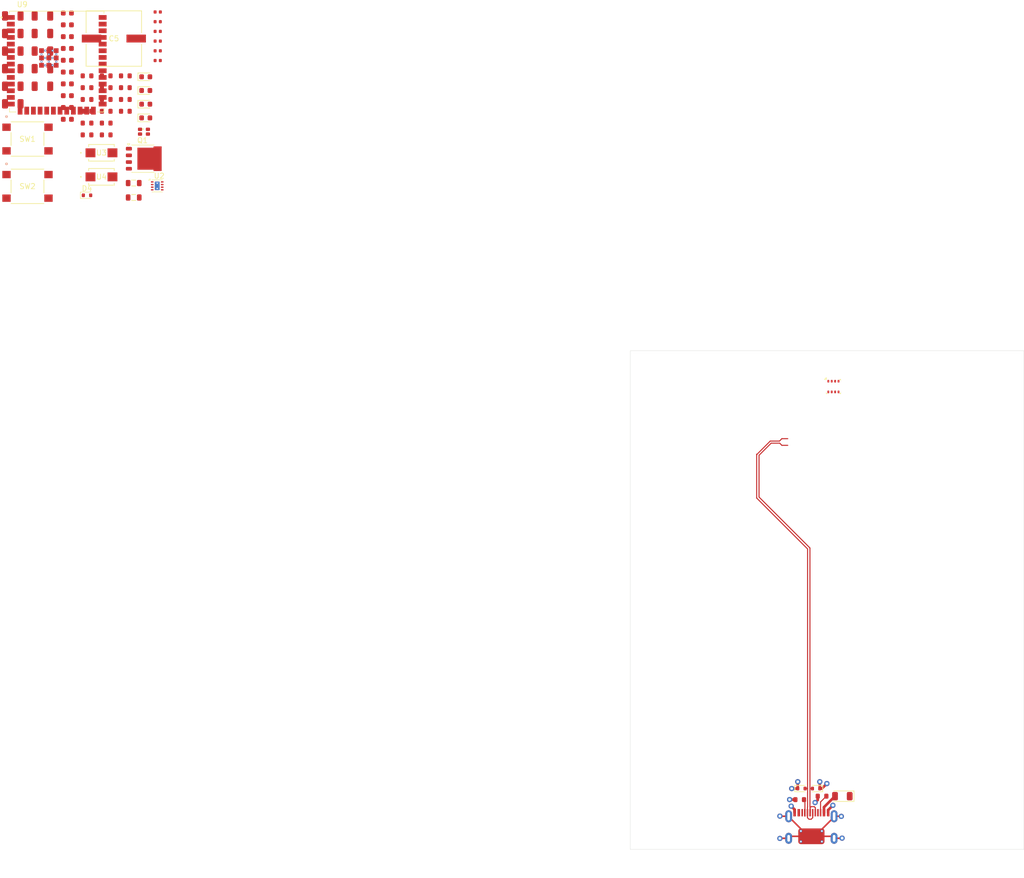
<source format=kicad_pcb>
(kicad_pcb (version 20241229) (generator "pcbnew") (generator_version "9.0")
  (layers (0 "F.Cu" signal) (4 "In1.Cu" signal) (6 "In2.Cu" signal) (2 "B.Cu" signal) (13 "F.Paste" user) (15 "B.Paste" user) (5 "F.SilkS" user "F.Silkscreen") (7 "B.SilkS" user "B.Silkscreen") (1 "F.Mask" user) (3 "B.Mask" user) (25 "Edge.Cuts" user))
  (net 0 "")
  (net 1 "+5V_SYS")
  (net 2 "-12V BATT")
  (net 4 "/CC2")
  (net 6 "/D-")
  (net 7 "/D+")
  (net 8 "/CC1")
  (net 9 "+12V BATT")
  (net 10 "+3.3V")
  (net 11 "Net-(U5-VCAPL)")
  (net 12 "Net-(U5-VCAPH)")
  (net 13 "Net-(Q1-D)")
  (net 14 "Net-(U6-VCC)")
  (net 15 "Net-(C9-Pad2)")
  (net 16 "Net-(U6-CBOOT)")
  (net 17 "+5V VEHICLE")
  (net 18 "Net-(U7-IN)")
  (net 19 "+5V USB")
  (net 20 "Net-(U7-EN)")
  (net 21 "Net-(U8-CP2)")
  (net 22 "Net-(U8-SS)")
  (net 23 "/EN")
  (net 24 "/PRESSURE_IN")
  (net 25 "/PX2_IN")
  (net 26 "Net-(D5-Pad2)")
  (net 27 "Net-(D6-Pad2)")
  (net 28 "Net-(D7-Pad2)")
  (net 29 "Net-(D8-Pad2)")
  (net 30 "/LED")
  (net 32 "Net-(U2-SW)")
  (net 33 "Net-(Q1-G)")
  (net 34 "Net-(U2-PG)")
  (net 35 "Net-(U6-RESET_N)")
  (net 36 "Net-(U7-ILIM)")
  (net 37 "Net-(U8-ILIM)")
  (net 38 "/BOOT")
  (net 39 "Net-(U9-IO19)")
  (net 40 "Net-(U9-IO20)")
  (net 41 "/SDA")
  (net 42 "/SCL")
  (net 44 "Net-(U3-K)")
  (net 48 "/U0TXD")
  (net 55 "/U0RXD")
  (footprint "PCM_JLCPCB:C_1206" (layer "F.Cu") (at 2.325 1.175)
    (property "Reference" "C4" (hide yes))
    (property "Value" "2.2uF")
    (pad "1" smd roundrect (at -1.48 0) (size 1.15 1.8) (layers "F.Cu" "F.Mask" "F.Paste") (roundrect_rratio 0.217391) (net 12 "Net-(U5-VCAPH)"))
    (pad "2" smd roundrect (at 1.48 0) (size 1.15 1.8) (layers "F.Cu" "F.Mask" "F.Paste") (roundrect_rratio 0.217391) (net 11 "Net-(U5-VCAPL)"))
  )
  (footprint "PCM_JLCPCB:C_1206" (layer "F.Cu") (at 7.975 4.525)
    (property "Reference" "C18" (hide yes))
    (property "Value" "10uF")
    (pad "1" smd roundrect (at -1.48 0) (size 1.15 1.8) (layers "F.Cu" "F.Mask" "F.Paste") (roundrect_rratio 0.217391) (net 10 "+3.3V"))
    (pad "2" smd roundrect (at 1.48 0) (size 1.15 1.8) (layers "F.Cu" "F.Mask" "F.Paste") (roundrect_rratio 0.217391) (net 2 "-12V BATT"))
  )
  (footprint "PCM_JLCPCB:R_0603" (layer "F.Cu") (at 20.125 19.345)
    (property "Reference" "R14" (hide yes))
    (property "Value" "4.7kΩ")
    (pad "1" smd roundrect (at -0.82 0) (size 0.8 0.95) (layers "F.Cu" "F.Mask" "F.Paste") (net 25 "/PX2_IN"))
    (pad "2" smd roundrect (at 0.82 0) (size 0.8 0.95) (layers "F.Cu" "F.Mask" "F.Paste") (net 24 "/PRESSURE_IN"))
  )
  (footprint "PCM_JLCPCB:C_0603" (layer "F.Cu") (at 12.725 2.875)
    (property "Reference" "C3" (hide yes))
    (property "Value" "22uF")
    (pad "1" smd roundrect (at -0.78 0) (size 0.9 0.95) (layers "F.Cu" "F.Mask" "F.Paste") (net 10 "+3.3V"))
    (pad "2" smd roundrect (at 0.78 0) (size 0.9 0.95) (layers "F.Cu" "F.Mask" "F.Paste") (net 2 "-12V BATT"))
  )
  (footprint "PCM_JLCPCB:R_0603" (layer "F.Cu") (at 16.475 21.595)
    (property "Reference" "R7" (hide yes))
    (property "Value" "100kΩ")
    (pad "1" smd roundrect (at -0.82 0) (size 0.8 0.95) (layers "F.Cu" "F.Mask" "F.Paste") (net 18 "Net-(U7-IN)"))
    (pad "2" smd roundrect (at 0.82 0) (size 0.8 0.95) (layers "F.Cu" "F.Mask" "F.Paste") (net 20 "Net-(U7-EN)"))
  )
  (footprint "PCM_JLCPCB:C_0402" (layer "F.Cu") (at 29.945 2.275)
    (property "Reference" "C12" (hide yes))
    (property "Value" "100nF")
    (pad "1" smd roundrect (at -0.5 0) (size 0.56 0.62) (layers "F.Cu" "F.Mask" "F.Paste") (net 18 "Net-(U7-IN)"))
    (pad "2" smd roundrect (at 0.5 0) (size 0.56 0.62) (layers "F.Cu" "F.Mask" "F.Paste") (net 2 "-12V BATT"))
  )
  (footprint "PCM_JLCPCB:L_0805" (layer "F.Cu") (at 25.365 35.775)
    (property "Reference" "L2" (hide yes))
    (property "Value" "2.2uH,50mA")
    (pad "1" smd roundrect (at -1.06 0) (size 0.88 1.2) (layers "F.Cu" "F.Mask" "F.Paste") (net 15 "Net-(C9-Pad2)"))
    (pad "2" smd roundrect (at 1.06 0) (size 0.88 1.2) (layers "F.Cu" "F.Mask" "F.Paste") (net 17 "+5V VEHICLE"))
  )
  (footprint "PCM_JLCPCB:C_1206" (layer "F.Cu") (at 2.325 11.225)
    (property "Reference" "C9" (hide yes))
    (property "Value" "220nF")
    (pad "1" smd roundrect (at -1.48 0) (size 1.15 1.8) (layers "F.Cu" "F.Mask" "F.Paste") (roundrect_rratio 0.217391) (net 16 "Net-(U6-CBOOT)"))
    (pad "2" smd roundrect (at 1.48 0) (size 1.15 1.8) (layers "F.Cu" "F.Mask" "F.Paste") (roundrect_rratio 0.217391) (net 15 "Net-(C9-Pad2)"))
  )
  (footprint "PCM_JLCPCB:C_0402" (layer "F.Cu") (at 29.945 4.125)
    (property "Reference" "C14" (hide yes))
    (property "Value" "100nF")
    (pad "1" smd roundrect (at -0.5 0) (size 0.56 0.62) (layers "F.Cu" "F.Mask" "F.Paste") (net 20 "Net-(U7-EN)"))
    (pad "2" smd roundrect (at 0.5 0) (size 0.56 0.62) (layers "F.Cu" "F.Mask" "F.Paste") (net 2 "-12V BATT"))
  )
  (footprint "PCM_JLCPCB:D_0603" (layer "F.Cu") (at 27.665 12.775)
    (property "Reference" "D5" (hide yes))
    (property "Value" "Red")
    (pad "1" smd roundrect (at -0.79 0) (size 0.88 0.95) (layers "F.Cu" "F.Mask" "F.Paste") (net 2 "-12V BATT"))
    (pad "2" smd roundrect (at 0.79 0) (size 0.88 0.95) (layers "F.Cu" "F.Mask" "F.Paste") (net 26 "Net-(D5-Pad2)"))
  )
  (footprint "PCM_JLCPCB:D_0603" (layer "F.Cu") (at 27.665 20.605)
    (property "Reference" "D8" (hide yes))
    (property "Value" "ORANGE")
    (pad "1" smd roundrect (at -0.79 0) (size 0.88 0.95) (layers "F.Cu" "F.Mask" "F.Paste") (net 2 "-12V BATT"))
    (pad "2" smd roundrect (at 0.79 0) (size 0.88 0.95) (layers "F.Cu" "F.Mask" "F.Paste") (net 29 "Net-(D8-Pad2)"))
  )
  (footprint "PCM_JLCPCB:D_SOD-123FL" (layer "F.Cu") (at 160.4 149.85 180)
    (property "Reference" "D3" (hide yes))
    (property "Value" "ESD441DPLR" (hide yes))
    (pad "1" smd roundrect (at -1.4 0 180) (size 1.1 1.6) (layers "F.Cu" "F.Mask" "F.Paste") (roundrect_rratio 0.2272727273) (net 2 "-12V BATT"))
    (pad "2" smd roundrect (at 1.4 0 180) (size 1.1 1.6) (layers "F.Cu" "F.Mask" "F.Paste") (roundrect_rratio 0.2272727273) (net 1 "+5V_SYS"))
  )
  (footprint "PCM_JLCPCB:R_0603" (layer "F.Cu") (at 23.775 12.595)
    (property "Reference" "R17" (hide yes))
    (property "Value" "4.7kΩ")
    (pad "1" smd roundrect (at -0.82 0) (size 0.8 0.95) (layers "F.Cu" "F.Mask" "F.Paste") (net 10 "+3.3V"))
    (pad "2" smd roundrect (at 0.82 0) (size 0.8 0.95) (layers "F.Cu" "F.Mask" "F.Paste") (net 41 "/SDA"))
  )
  (footprint "PCM_JLCPCB:R_0603" (layer "F.Cu") (at 16.475 12.595)
    (property "Reference" "R3" (hide yes))
    (property "Value" "1kΩ")
    (pad "1" smd roundrect (at -0.82 0) (size 0.8 0.95) (layers "F.Cu" "F.Mask" "F.Paste") (net 1 "+5V_SYS"))
    (pad "2" smd roundrect (at 0.82 0) (size 0.8 0.95) (layers "F.Cu" "F.Mask" "F.Paste") (net 27 "Net-(D6-Pad2)"))
  )
  (footprint "ESP32-S3-WROOM-1U-N16R8:XCVR_ESP32-S3-WROOM-1U-N16R8" (layer "F.Cu") (at 10.7 9.875)
    (property "Reference" "U9" (at -6.575 -10.885 0) (layer "F.SilkS"))
    (property "Value" "ESP32-S3-WROOM-1U-N16R8")
    (pad "1" smd rect (at -8.75 -8.41) (size 1.5 0.9) (layers "F.Cu" "F.Mask" "F.Paste") (net 2 "-12V BATT"))
    (pad "2" smd rect (at -8.75 -7.14) (size 1.5 0.9) (layers "F.Cu" "F.Mask" "F.Paste") (net 10 "+3.3V"))
    (pad "3" smd rect (at -8.75 -5.87) (size 1.5 0.9) (layers "F.Cu" "F.Mask" "F.Paste") (net 23 "/EN"))
    (pad "4" smd rect (at -8.75 -4.6) (size 1.5 0.9) (layers "F.Cu" "F.Mask" "F.Paste") (net 24 "/PRESSURE_IN"))
    (pad "5" smd rect (at -8.75 -3.33) (size 1.5 0.9) (layers "F.Cu" "F.Mask" "F.Paste") (net 30 "/LED"))
    (pad "6" smd rect (at -8.75 -2.06) (size 1.5 0.9) (layers "F.Cu" "F.Mask" "F.Paste"))
    (pad "7" smd rect (at -8.75 -0.79) (size 1.5 0.9) (layers "F.Cu" "F.Mask" "F.Paste"))
    (pad "8" smd rect (at -8.75 0.48) (size 1.5 0.9) (layers "F.Cu" "F.Mask" "F.Paste"))
    (pad "9" smd rect (at -8.75 1.75) (size 1.5 0.9) (layers "F.Cu" "F.Mask" "F.Paste"))
    (pad "10" smd rect (at -8.75 3.02) (size 1.5 0.9) (layers "F.Cu" "F.Mask" "F.Paste"))
    (pad "11" smd rect (at -8.75 4.29) (size 1.5 0.9) (layers "F.Cu" "F.Mask" "F.Paste"))
    (pad "12" smd rect (at -8.75 5.56) (size 1.5 0.9) (layers "F.Cu" "F.Mask" "F.Paste") (net 42 "/SCL"))
    (pad "13" smd rect (at -8.75 6.83) (size 1.5 0.9) (layers "F.Cu" "F.Mask" "F.Paste") (net 39 "Net-(U9-IO19)"))
    (pad "14" smd rect (at -8.75 8.1) (size 1.5 0.9) (layers "F.Cu" "F.Mask" "F.Paste") (net 40 "Net-(U9-IO20)"))
    (pad "15" smd rect (at -6.985 9.35) (size 0.9 1.5) (layers "F.Cu" "F.Mask" "F.Paste"))
    (pad "16" smd rect (at -5.715 9.35) (size 0.9 1.5) (layers "F.Cu" "F.Mask" "F.Paste"))
    (pad "17" smd rect (at -4.445 9.35) (size 0.9 1.5) (layers "F.Cu" "F.Mask" "F.Paste") (net 41 "/SDA"))
    (pad "18" smd rect (at -3.175 9.35) (size 0.9 1.5) (layers "F.Cu" "F.Mask" "F.Paste"))
    (pad "19" smd rect (at -1.905 9.35) (size 0.9 1.5) (layers "F.Cu" "F.Mask" "F.Paste"))
    (pad "20" smd rect (at -0.635 9.35) (size 0.9 1.5) (layers "F.Cu" "F.Mask" "F.Paste"))
    (pad "21" smd rect (at 0.635 9.35) (size 0.9 1.5) (layers "F.Cu" "F.Mask" "F.Paste"))
    (pad "22" smd rect (at 1.905 9.35) (size 0.9 1.5) (layers "F.Cu" "F.Mask" "F.Paste"))
    (pad "23" smd rect (at 3.175 9.35) (size 0.9 1.5) (layers "F.Cu" "F.Mask" "F.Paste"))
    (pad "24" smd rect (at 4.445 9.35) (size 0.9 1.5) (layers "F.Cu" "F.Mask" "F.Paste"))
    (pad "25" smd rect (at 5.715 9.35) (size 0.9 1.5) (layers "F.Cu" "F.Mask" "F.Paste"))
    (pad "26" smd rect (at 6.985 9.35) (size 0.9 1.5) (layers "F.Cu" "F.Mask" "F.Paste"))
    (pad "27" smd rect (at 8.75 8.1) (size 1.5 0.9) (layers "F.Cu" "F.Mask" "F.Paste") (net 38 "/BOOT"))
    (pad "28" smd rect (at 8.75 6.83) (size 1.5 0.9) (layers "F.Cu" "F.Mask" "F.Paste"))
    (pad "29" smd rect (at 8.75 5.56) (size 1.5 0.9) (layers "F.Cu" "F.Mask" "F.Paste"))
    (pad "30" smd rect (at 8.75 4.29) (size 1.5 0.9) (layers "F.Cu" "F.Mask" "F.Paste"))
    (pad "31" smd rect (at 8.75 3.02) (size 1.5 0.9) (layers "F.Cu" "F.Mask" "F.Paste"))
    (pad "32" smd rect (at 8.75 1.75) (size 1.5 0.9) (layers "F.Cu" "F.Mask" "F.Paste"))
    (pad "33" smd rect (at 8.75 0.48) (size 1.5 0.9) (layers "F.Cu" "F.Mask" "F.Paste"))
    (pad "34" smd rect (at 8.75 -0.79) (size 1.5 0.9) (layers "F.Cu" "F.Mask" "F.Paste"))
    (pad "35" smd rect (at 8.75 -2.06) (size 1.5 0.9) (layers "F.Cu" "F.Mask" "F.Paste"))
    (pad "36" smd rect (at 8.75 -3.33) (size 1.5 0.9) (layers "F.Cu" "F.Mask" "F.Paste") (net 55 "/U0RXD"))
    (pad "37" smd rect (at 8.75 -4.6) (size 1.5 0.9) (layers "F.Cu" "F.Mask" "F.Paste") (net 48 "/U0TXD"))
    (pad "38" smd rect (at 8.75 -5.87) (size 1.5 0.9) (layers "F.Cu" "F.Mask" "F.Paste"))
    (pad "39" smd rect (at 8.75 -7.14) (size 1.5 0.9) (layers "F.Cu" "F.Mask" "F.Paste"))
    (pad "40" smd rect (at 8.75 -8.41) (size 1.5 0.9) (layers "F.Cu" "F.Mask" "F.Paste") (net 2 "-12V BATT"))
    (pad "41_1" smd rect (at -2.9 -2.09) (size 0.9 0.9) (layers "F.Cu" "F.Mask" "F.Paste") (net 2 "-12V BATT"))
    (pad "41_2" smd rect (at -1.5 -2.09) (size 0.9 0.9) (layers "F.Cu" "F.Mask" "F.Paste") (net 2 "-12V BATT"))
    (pad "41_3" smd rect (at -0.1 -2.09) (size 0.9 0.9) (layers "F.Cu" "F.Mask" "F.Paste") (net 2 "-12V BATT"))
    (pad "41_4" smd rect (at -2.9 -0.69) (size 0.9 0.9) (layers "F.Cu" "F.Mask" "F.Paste") (net 2 "-12V BATT"))
    (pad "41_5" smd rect (at -1.5 -0.69) (size 0.9 0.9) (layers "F.Cu" "F.Mask" "F.Paste") (net 2 "-12V BATT"))
    (pad "41_6" smd rect (at -0.1 -0.69) (size 0.9 0.9) (layers "F.Cu" "F.Mask" "F.Paste") (net 2 "-12V BATT"))
    (pad "41_7" smd rect (at -2.9 0.71) (size 0.9 0.9) (layers "F.Cu" "F.Mask" "F.Paste") (net 2 "-12V BATT"))
    (pad "41_8" smd rect (at -1.5 0.71) (size 0.9 0.9) (layers "F.Cu" "F.Mask" "F.Paste") (net 2 "-12V BATT"))
    (pad "41_9" smd rect (at -0.1 0.71) (size 0.9 0.9) (layers "F.Cu" "F.Mask" "F.Paste") (net 2 "-12V BATT"))
    (pad "41_10" thru_hole circle (at -2.2 -2.09) (size 0.4 0.4) (drill 0.2) (layers "*.Cu"))
    (pad "41_11" thru_hole circle (at -0.8 -2.09) (size 0.4 0.4) (drill 0.2) (layers "*.Cu"))
    (pad "41_12" thru_hole circle (at -2.9 -1.39) (size 0.4 0.4) (drill 0.2) (layers "*.Cu"))
    (pad "41_13" thru_hole circle (at -1.5 -1.39) (size 0.4 0.4) (drill 0.2) (layers "*.Cu"))
    (pad "41_14" thru_hole circle (at -0.1 -1.39) (size 0.4 0.4) (drill 0.2) (layers "*.Cu"))
    (pad "41_15" thru_hole circle (at -2.2 -0.69) (size 0.4 0.4) (drill 0.2) (layers "*.Cu"))
    (pad "41_16" thru_hole circle (at -0.8 -0.69) (size 0.4 0.4) (drill 0.2) (layers "*.Cu"))
    (pad "41_17" thru_hole circle (at -2.9 0.01) (size 0.4 0.4) (drill 0.2) (layers "*.Cu"))
    (pad "41_18" thru_hole circle (at -1.5 0.01) (size 0.4 0.4) (drill 0.2) (layers "*.Cu"))
    (pad "41_19" thru_hole circle (at -0.1 0.01) (size 0.4 0.4) (drill 0.2) (layers "*.Cu"))
    (pad "41_20" thru_hole circle (at -2.2 0.71) (size 0.4 0.4) (drill 0.2) (layers "*.Cu"))
    (pad "41_21" thru_hole circle (at -0.8 0.71) (size 0.4 0.4) (drill 0.2) (layers "*.Cu"))
  )
  (footprint "PCM_JLCPCB:R_0603" (layer "F.Cu") (at 20.125 17.095)
    (property "Reference" "R13" (hide yes))
    (property "Value" "27Ω")
    (pad "1" smd roundrect (at -0.82 0) (size 0.8 0.95) (layers "F.Cu" "F.Mask" "F.Paste") (net 40 "Net-(U9-IO20)"))
    (pad "2" smd roundrect (at 0.82 0) (size 0.8 0.95) (layers "F.Cu" "F.Mask" "F.Paste") (net 7 "/D+"))
  )
  (footprint "PCM_JLCPCB:C_0603" (layer "F.Cu") (at 12.725 11.875)
    (property "Reference" "C19" (hide yes))
    (property "Value" "100nF")
    (pad "1" smd roundrect (at -0.78 0) (size 0.9 0.95) (layers "F.Cu" "F.Mask" "F.Paste") (net 10 "+3.3V"))
    (pad "2" smd roundrect (at 0.78 0) (size 0.9 0.95) (layers "F.Cu" "F.Mask" "F.Paste") (net 2 "-12V BATT"))
  )
  (footprint "PCM_JLCPCB:C_1206" (layer "F.Cu") (at 7.975 14.575)
    (property "Reference" "C26" (hide yes))
    (property "Value" "10uF")
    (pad "1" smd roundrect (at -1.48 0) (size 1.15 1.8) (layers "F.Cu" "F.Mask" "F.Paste") (roundrect_rratio 0.217391) (net 19 "+5V USB"))
    (pad "2" smd roundrect (at 1.48 0) (size 1.15 1.8) (layers "F.Cu" "F.Mask" "F.Paste") (roundrect_rratio 0.217391) (net 2 "-12V BATT"))
  )
  (footprint "PCM_JLCPCB:C_1206" (layer "F.Cu") (at 7.975 11.225)
    (property "Reference" "C25" (hide yes))
    (property "Value" "10uF")
    (pad "1" smd roundrect (at -1.48 0) (size 1.15 1.8) (layers "F.Cu" "F.Mask" "F.Paste") (roundrect_rratio 0.217391) (net 17 "+5V VEHICLE"))
    (pad "2" smd roundrect (at 1.48 0) (size 1.15 1.8) (layers "F.Cu" "F.Mask" "F.Paste") (roundrect_rratio 0.217391) (net 2 "-12V BATT"))
  )
  (footprint "PCM_JLCPCB:R_0603" (layer "F.Cu") (at 20.125 21.595)
    (property "Reference" "R15" (hide yes))
    (property "Value" "10kΩ")
    (pad "1" smd roundrect (at -0.82 0) (size 0.8 0.95) (layers "F.Cu" "F.Mask" "F.Paste") (net 24 "/PRESSURE_IN"))
    (pad "2" smd roundrect (at 0.82 0) (size 0.8 0.95) (layers "F.Cu" "F.Mask" "F.Paste") (net 2 "-12V BATT"))
  )
  (footprint "10X12P7_NCH:CAP_PC_10X12P7_NCH" (layer "F.Cu") (at 21.5889 5.4864)
    (property "Reference" "C5" (at 0 0 0) (layer "F.SilkS"))
    (property "Value" "47uF")
    (pad "1" smd rect (at -4.2545 0) (size 3.7084 1.4986) (layers "F.Cu" "F.Mask" "F.Paste") (net 13 "Net-(Q1-D)"))
    (pad "2" smd rect (at 4.2545 0) (size 3.7084 1.4986) (layers "F.Cu" "F.Mask" "F.Paste") (net 2 "-12V BATT"))
  )
  (footprint "PCM_JLCPCB:C_0603" (layer "F.Cu") (at 12.725 0.625)
    (property "Reference" "C1" (hide yes))
    (property "Value" "10uF")
    (pad "1" smd roundrect (at -0.78 0) (size 0.9 0.95) (layers "F.Cu" "F.Mask" "F.Paste") (net 1 "+5V_SYS"))
    (pad "2" smd roundrect (at 0.78 0) (size 0.9 0.95) (layers "F.Cu" "F.Mask" "F.Paste") (net 2 "-12V BATT"))
  )
  (footprint "PCM_JLCPCB:R_0402" (layer "F.Cu") (at 29.945 9.675)
    (property "Reference" "R9" (hide yes))
    (property "Value" "20kΩ" (hide yes))
    (pad "1" smd roundrect (at -0.5 0) (size 0.56 0.62) (layers "F.Cu" "F.Mask" "F.Paste") (net 37 "Net-(U8-ILIM)"))
    (pad "2" smd roundrect (at 0.5 0) (size 0.56 0.62) (layers "F.Cu" "F.Mask" "F.Paste") (net 2 "-12V BATT"))
  )
  (footprint "PCM_JLCPCB:C_0402" (layer "F.Cu") (at 29.945 0.425)
    (property "Reference" "C2" (hide yes))
    (property "Value" "100pF")
    (pad "1" smd roundrect (at -0.5 0) (size 0.56 0.62) (layers "F.Cu" "F.Mask" "F.Paste") (net 9 "+12V BATT"))
    (pad "2" smd roundrect (at 0.5 0) (size 0.56 0.62) (layers "F.Cu" "F.Mask" "F.Paste") (net 2 "-12V BATT"))
  )
  (footprint "Package_SON:WSON-8-1EP_2x2mm_P0.5mm_EP0.9x1.6mm_ThermalVias" (layer "F.Cu") (at 29.85 33.56)
    (property "Reference" "U2" (at 0.38 -1.9 0) (layer "F.SilkS"))
    (property "Value" "TPS62162DSG")
    (pad "1" smd roundrect (at -0.95 -0.75) (size 0.5 0.25) (layers "F.Cu" "F.Mask" "F.Paste") (net 2 "-12V BATT"))
    (pad "2" smd roundrect (at -0.95 -0.25) (size 0.5 0.25) (layers "F.Cu" "F.Mask" "F.Paste") (net 1 "+5V_SYS"))
    (pad "3" smd roundrect (at -0.95 0.25) (size 0.5 0.25) (layers "F.Cu" "F.Mask" "F.Paste") (net 1 "+5V_SYS"))
    (pad "4" smd roundrect (at -0.95 0.75) (size 0.5 0.25) (layers "F.Cu" "F.Mask" "F.Paste") (net 2 "-12V BATT"))
    (pad "5" smd roundrect (at 0.95 0.75) (size 0.5 0.25) (layers "F.Cu" "F.Mask" "F.Paste") (net 2 "-12V BATT"))
    (pad "6" smd roundrect (at 0.95 0.25) (size 0.5 0.25) (layers "F.Cu" "F.Mask" "F.Paste") (net 10 "+3.3V"))
    (pad "7" smd roundrect (at 0.95 -0.25) (size 0.5 0.25) (layers "F.Cu" "F.Mask" "F.Paste") (net 32 "Net-(U2-SW)"))
    (pad "8" smd roundrect (at 0.95 -0.75) (size 0.5 0.25) (layers "F.Cu" "F.Mask" "F.Paste") (net 34 "Net-(U2-PG)"))
    (pad "9" thru_hole circle (at 0 -0.5) (size 0.6 0.6) (drill 0.25) (property pad_prop_heatsink) (layers "*.Cu"))
    (pad "9" smd rect (at 0 0) (size 0.9 1.6) (layers "F.Cu" "F.Mask"))
    (pad "9" smd rect (at 0 0) (size 0.9 1.6) (layers "B.Cu"))
    (pad "9" thru_hole circle (at 0 0.5) (size 0.6 0.6) (drill 0.25) (property pad_prop_heatsink) (layers "*.Cu"))
  )
  (footprint "PCM_JLCPCB:R_0603" (layer "F.Cu") (at 152.27 150.51 180)
    (property "Reference" "R2" (hide yes))
    (property "Value" "5.1K" (hide yes))
    (pad "1" smd roundrect (at -0.82 0 180) (size 0.8 0.95) (layers "F.Cu" "F.Mask" "F.Paste") (net 8 "/CC1"))
    (pad "2" smd roundrect (at 0.82 0 180) (size 0.8 0.95) (layers "F.Cu" "F.Mask" "F.Paste") (net 2 "-12V BATT"))
  )
  (footprint "PCM_JLCPCB:Bosch_LGA-8_2.5x2.5mm_P0.65mm_ClockwisePinNumbering" (layer "F.Cu") (at 158.7 71.8)
    (property "Reference" "U1" (hide yes))
    (property "Value" "BME280")
    (pad "1" smd roundrect (at -0.97 -1.02 90) (size 0.5 0.35) (layers "F.Cu" "F.Mask" "F.Paste") (net 2 "-12V BATT"))
    (pad "2" smd roundrect (at -0.33 -1.02 90) (size 0.5 0.35) (layers "F.Cu" "F.Mask" "F.Paste") (net 10 "+3.3V"))
    (pad "3" smd roundrect (at 0.33 -1.02 90) (size 0.5 0.35) (layers "F.Cu" "F.Mask" "F.Paste") (net 41 "/SDA"))
    (pad "4" smd roundrect (at 0.97 -1.02 90) (size 0.5 0.35) (layers "F.Cu" "F.Mask" "F.Paste") (net 42 "/SCL"))
    (pad "5" smd roundrect (at 0.97 1.02 90) (size 0.5 0.35) (layers "F.Cu" "F.Mask" "F.Paste") (net 2 "-12V BATT"))
    (pad "6" smd roundrect (at 0.33 1.02 90) (size 0.5 0.35) (layers "F.Cu" "F.Mask" "F.Paste") (net 10 "+3.3V"))
    (pad "7" smd roundrect (at -0.33 1.02 90) (size 0.5 0.35) (layers "F.Cu" "F.Mask" "F.Paste") (net 2 "-12V BATT"))
    (pad "8" smd roundrect (at -0.97 1.02 90) (size 0.5 0.35) (layers "F.Cu" "F.Mask" "F.Paste") (net 10 "+3.3V"))
  )
  (footprint "PCM_JLCPCB:C_0603" (layer "F.Cu") (at 12.725 16.375)
    (property "Reference" "C21" (hide yes))
    (property "Value" "10nF")
    (pad "1" smd roundrect (at -0.78 0) (size 0.9 0.95) (layers "F.Cu" "F.Mask" "F.Paste") (net 24 "/PRESSURE_IN"))
    (pad "2" smd roundrect (at 0.78 0) (size 0.9 0.95) (layers "F.Cu" "F.Mask" "F.Paste") (net 2 "-12V BATT"))
  )
  (footprint "PCM_JLCPCB:R_0603" (layer "F.Cu") (at 23.775 17.095)
    (property "Reference" "R19" (hide yes))
    (property "Value" "470Ω")
    (pad "1" smd roundrect (at -0.82 0) (size 0.8 0.95) (layers "F.Cu" "F.Mask" "F.Paste") (net 10 "+3.3V"))
    (pad "2" smd roundrect (at 0.82 0) (size 0.8 0.95) (layers "F.Cu" "F.Mask" "F.Paste") (net 28 "Net-(D7-Pad2)"))
  )
  (footprint "PCM_JLCPCB:D_SOD-523" (layer "F.Cu") (at 155.4 148.4 180)
    (property "Reference" "D2" (hide yes))
    (property "Value" "ESD321DYAR" (hide yes))
    (pad "1" smd roundrect (at -0.7 0) (size 0.6 0.7) (layers "F.Cu" "F.Mask" "F.Paste") (net 2 "-12V BATT"))
    (pad "2" smd roundrect (at 0.7 0) (size 0.6 0.7) (layers "F.Cu" "F.Mask" "F.Paste") (net 7 "/D+"))
  )
  (footprint "PCM_JLCPCB:R_0603" (layer "F.Cu") (at 20.125 12.595)
    (property "Reference" "R11" (hide yes))
    (property "Value" "100kΩ")
    (pad "1" smd roundrect (at -0.82 0) (size 0.8 0.95) (layers "F.Cu" "F.Mask" "F.Paste") (net 10 "+3.3V"))
    (pad "2" smd roundrect (at 0.82 0) (size 0.8 0.95) (layers "F.Cu" "F.Mask" "F.Paste") (net 38 "/BOOT"))
  )
  (footprint "PCM_JLCPCB:R_0603" (layer "F.Cu") (at 23.775 14.845)
    (property "Reference" "R18" (hide yes))
    (property "Value" "4.7kΩ")
    (pad "1" smd roundrect (at -0.82 0) (size 0.8 0.95) (layers "F.Cu" "F.Mask" "F.Paste") (net 10 "+3.3V"))
    (pad "2" smd roundrect (at 0.82 0) (size 0.8 0.95) (layers "F.Cu" "F.Mask" "F.Paste") (net 42 "/SCL"))
  )
  (footprint "PCM_JLCPCB:R_0603" (layer "F.Cu") (at 20.125 14.845)
    (property "Reference" "R12" (hide yes))
    (property "Value" "27Ω")
    (pad "1" smd roundrect (at -0.82 0) (size 0.8 0.95) (layers "F.Cu" "F.Mask" "F.Paste") (net 39 "Net-(U9-IO19)"))
    (pad "2" smd roundrect (at 0.82 0) (size 0.8 0.95) (layers "F.Cu" "F.Mask" "F.Paste") (net 6 "/D-"))
  )
  (footprint "PCM_JLCPCB:C_0603" (layer "F.Cu") (at 12.725 5.125)
    (property "Reference" "C7" (hide yes))
    (property "Value" "220nF")
    (pad "1" smd roundrect (at -0.78 0) (size 0.9 0.95) (layers "F.Cu" "F.Mask" "F.Paste") (net 13 "Net-(Q1-D)"))
    (pad "2" smd roundrect (at 0.78 0) (size 0.9 0.95) (layers "F.Cu" "F.Mask" "F.Paste") (net 2 "-12V BATT"))
  )
  (footprint "PCM_JLCPCB:C_0603" (layer "F.Cu") (at 12.725 20.875)
    (property "Reference" "C23" (hide yes))
    (property "Value" "100nF")
    (pad "1" smd roundrect (at -0.78 0) (size 0.9 0.95) (layers "F.Cu" "F.Mask" "F.Paste") (net 10 "+3.3V"))
    (pad "2" smd roundrect (at 0.78 0) (size 0.9 0.95) (layers "F.Cu" "F.Mask" "F.Paste") (net 2 "-12V BATT"))
  )
  (footprint "PCM_JLCPCB:C_1206" (layer "F.Cu") (at 2.325 7.875)
    (property "Reference" "C8" (hide yes))
    (property "Value" "1uF")
    (pad "1" smd roundrect (at -1.48 0) (size 1.15 1.8) (layers "F.Cu" "F.Mask" "F.Paste") (roundrect_rratio 0.217391) (net 14 "Net-(U6-VCC)"))
    (pad "2" smd roundrect (at 1.48 0) (size 1.15 1.8) (layers "F.Cu" "F.Mask" "F.Paste") (roundrect_rratio 0.217391) (net 2 "-12V BATT"))
  )
  (footprint "PCM_JLCPCB:D_SOD-523" (layer "F.Cu") (at 152.6 148.4)
    (property "Reference" "D1" (hide yes))
    (property "Value" "ESD321DYAR" (hide yes))
    (pad "1" smd roundrect (at -0.7 0 180) (size 0.6 0.7) (layers "F.Cu" "F.Mask" "F.Paste") (net 2 "-12V BATT"))
    (pad "2" smd roundrect (at 0.7 0 180) (size 0.6 0.7) (layers "F.Cu" "F.Mask" "F.Paste") (net 6 "/D-"))
  )
  (footprint "PCM_JLCPCB:D_0603" (layer "F.Cu") (at 27.665 17.995)
    (property "Reference" "D7" (hide yes))
    (property "Value" "YELLOW")
    (pad "1" smd roundrect (at -0.79 0) (size 0.88 0.95) (layers "F.Cu" "F.Mask" "F.Paste") (net 2 "-12V BATT"))
    (pad "2" smd roundrect (at 0.79 0) (size 0.88 0.95) (layers "F.Cu" "F.Mask" "F.Paste") (net 28 "Net-(D7-Pad2)"))
  )
  (footprint "PCM_JLCPCB:D_0603" (layer "F.Cu") (at 27.665 15.385)
    (property "Reference" "D6" (hide yes))
    (property "Value" "GREEN")
    (pad "1" smd roundrect (at -0.79 0) (size 0.88 0.95) (layers "F.Cu" "F.Mask" "F.Paste") (net 2 "-12V BATT"))
    (pad "2" smd roundrect (at 0.79 0) (size 0.88 0.95) (layers "F.Cu" "F.Mask" "F.Paste") (net 27 "Net-(D6-Pad2)"))
  )
  (footprint "PCM_JLCPCB:LED-SMD_4P-L1.6-W1.5_XL-1615RGBC-WS2812B" (layer "F.Cu") (at 27.325 23.235)
    (property "Reference" "D9" (hide yes))
    (property "Value" "WS2812B")
    (pad "1" smd roundrect (at -0.75 -0.45 180) (size 0.8 0.65) (layers "F.Cu" "F.Mask" "F.Paste"))
    (pad "2" smd roundrect (at 0.75 -0.45 180) (size 0.8 0.65) (layers "F.Cu" "F.Mask" "F.Paste") (net 10 "+3.3V"))
    (pad "3" smd roundrect (at -0.75 0.45 180) (size 0.8 0.65) (layers "F.Cu" "F.Mask" "F.Paste") (net 2 "-12V BATT"))
    (pad "4" smd roundrect (at 0.75 0.45 180) (size 0.8 0.65) (layers "F.Cu" "F.Mask" "F.Paste") (net 30 "/LED"))
  )
  (footprint "PCM_JLCPCB:R_0603" (layer "F.Cu") (at 16.475 19.345)
    (property "Reference" "R6" (hide yes))
    (property "Value" "100kΩ")
    (pad "1" smd roundrect (at -0.82 0) (size 0.8 0.95) (layers "F.Cu" "F.Mask" "F.Paste") (net 35 "Net-(U6-RESET_N)"))
    (pad "2" smd roundrect (at 0.82 0) (size 0.8 0.95) (layers "F.Cu" "F.Mask" "F.Paste") (net 14 "Net-(U6-VCC)"))
  )
  (footprint "PCM_JLCPCB:C_0603" (layer "F.Cu") (at 12.725 18.625)
    (property "Reference" "C22" (hide yes))
    (property "Value" "100nF")
    (pad "1" smd roundrect (at -0.78 0) (size 0.9 0.95) (layers "F.Cu" "F.Mask" "F.Paste") (net 24 "/PRESSURE_IN"))
    (pad "2" smd roundrect (at 0.78 0) (size 0.9 0.95) (layers "F.Cu" "F.Mask" "F.Paste") (net 2 "-12V BATT"))
  )
  (footprint "Diode_SMD:D_SOD-523" (layer "F.Cu") (at 16.47 35.355)
    (property "Reference" "D4" (at 0 -1.3 0) (layer "F.SilkS"))
    (property "Value" "ESD5Z5.0")
    (pad "1" smd roundrect (at -0.7 0 180) (size 0.6 0.7) (layers "F.Cu" "F.Mask" "F.Paste") (net 2 "-12V BATT"))
    (pad "2" smd roundrect (at 0.7 0 180) (size 0.6 0.7) (layers "F.Cu" "F.Mask" "F.Paste") (net 25 "/PX2_IN"))
  )
  (footprint "PCM_JLCPCB:L_0805" (layer "F.Cu") (at 25.365 33.025)
    (property "Reference" "L1" (hide yes))
    (property "Value" "2.2uH,3.15A")
    (pad "1" smd roundrect (at -1.06 0) (size 0.88 1.2) (layers "F.Cu" "F.Mask" "F.Paste") (net 32 "Net-(U2-SW)"))
    (pad "2" smd roundrect (at 1.06 0) (size 0.88 1.2) (layers "F.Cu" "F.Mask" "F.Paste") (net 10 "+3.3V"))
  )
  (footprint "B3FS-1000:SW_B3FS-1000_OMR" (layer "F.Cu") (at 5.1302 24.636001)
    (property "Reference" "SW1" (at 0 0 0) (layer "F.SilkS"))
    (property "Value" "B3FS-1000")
    (pad "1" smd rect (at -4 -2.250001) (size 1.6 1.4) (layers "F.Cu" "F.Mask" "F.Paste") (net 23 "/EN"))
    (pad "2" smd rect (at 3.999999 -2.250001) (size 1.6 1.4) (layers "F.Cu" "F.Mask" "F.Paste") (net 23 "/EN"))
    (pad "3" smd rect (at -4 2.250001) (size 1.6 1.4) (layers "F.Cu" "F.Mask" "F.Paste") (net 2 "-12V BATT"))
    (pad "4" smd rect (at 3.999999 2.250001) (size 1.6 1.4) (layers "F.Cu" "F.Mask" "F.Paste") (net 2 "-12V BATT"))
  )
  (footprint "PCM_JLCPCB:C_1206" (layer "F.Cu") (at 2.325 14.575)
    (property "Reference" "C10" (hide yes))
    (property "Value" "22uF")
    (pad "1" smd roundrect (at -1.48 0) (size 1.15 1.8) (layers "F.Cu" "F.Mask" "F.Paste") (roundrect_rratio 0.217391) (net 17 "+5V VEHICLE"))
    (pad "2" smd roundrect (at 1.48 0) (size 1.15 1.8) (layers "F.Cu" "F.Mask" "F.Paste") (roundrect_rratio 0.217391) (net 2 "-12V BATT"))
  )
  (footprint "PCM_JLCPCB:R_0402" (layer "F.Cu") (at 29.945 7.825)
    (property "Reference" "R8" (hide yes))
    (property "Value" "20kΩ" (hide yes))
    (pad "1" smd roundrect (at -0.5 0) (size 0.56 0.62) (layers "F.Cu" "F.Mask" "F.Paste") (net 36 "Net-(U7-ILIM)"))
    (pad "2" smd roundrect (at 0.5 0) (size 0.56 0.62) (layers "F.Cu" "F.Mask" "F.Paste") (net 2 "-12V BATT"))
  )
  (footprint "PCM_JLCPCB:R_0603" (layer "F.Cu") (at 156.53 149.85 180)
    (property "Reference" "R1" (hide yes))
    (property "Value" "5.1K" (hide yes))
    (pad "1" smd roundrect (at -0.82 0 180) (size 0.8 0.95) (layers "F.Cu" "F.Mask" "F.Paste") (net 4 "/CC2"))
    (pad "2" smd roundrect (at 0.82 0 180) (size 0.8 0.95) (layers "F.Cu" "F.Mask" "F.Paste") (net 2 "-12V BATT"))
  )
  (footprint "PCM_JLCPCB:C_0402" (layer "F.Cu") (at 29.945 5.975)
    (property "Reference" "C15" (hide yes))
    (property "Value" "100nF")
    (pad "1" smd roundrect (at -0.5 0) (size 0.56 0.62) (layers "F.Cu" "F.Mask" "F.Paste") (net 21 "Net-(U8-CP2)"))
    (pad "2" smd roundrect (at 0.5 0) (size 0.56 0.62) (layers "F.Cu" "F.Mask" "F.Paste") (net 2 "-12V BATT"))
  )
  (footprint "PCM_JLCPCB:C_1206" (layer "F.Cu") (at 2.325 4.525)
    (property "Reference" "C6" (hide yes))
    (property "Value" "10uF")
    (pad "1" smd roundrect (at -1.48 0) (size 1.15 1.8) (layers "F.Cu" "F.Mask" "F.Paste") (roundrect_rratio 0.217391) (net 13 "Net-(Q1-D)"))
    (pad "2" smd roundrect (at 1.48 0) (size 1.15 1.8) (layers "F.Cu" "F.Mask" "F.Paste") (roundrect_rratio 0.217391) (net 2 "-12V BATT"))
  )
  (footprint "PCM_JLCPCB:C_0603" (layer "F.Cu") (at 12.725 7.375)
    (property "Reference" "C13" (hide yes))
    (property "Value" "120uF")
    (pad "1" smd roundrect (at -0.78 0) (size 0.9 0.95) (layers "F.Cu" "F.Mask" "F.Paste") (net 19 "+5V USB"))
    (pad "2" smd roundrect (at 0.78 0) (size 0.9 0.95) (layers "F.Cu" "F.Mask" "F.Paste") (net 2 "-12V BATT"))
  )
  (footprint "PCM_JLCPCB:C_1206" (layer "F.Cu") (at 2.325 17.925)
    (property "Reference" "C11" (hide yes))
    (property "Value" "22uF")
    (pad "1" smd roundrect (at -1.48 0) (size 1.15 1.8) (layers "F.Cu" "F.Mask" "F.Paste") (roundrect_rratio 0.217391) (net 17 "+5V VEHICLE"))
    (pad "2" smd roundrect (at 1.48 0) (size 1.15 1.8) (layers "F.Cu" "F.Mask" "F.Paste") (roundrect_rratio 0.217391) (net 2 "-12V BATT"))
  )
  (footprint "PCM_JLCPCB:C_0603" (layer "F.Cu") (at 12.725 14.125)
    (property "Reference" "C20" (hide yes))
    (property "Value" "1uF")
    (pad "1" smd roundrect (at -0.78 0) (size 0.9 0.95) (layers "F.Cu" "F.Mask" "F.Paste") (net 23 "/EN"))
    (pad "2" smd roundrect (at 0.78 0) (size 0.9 0.95) (layers "F.Cu" "F.Mask" "F.Paste") (net 2 "-12V BATT"))
  )
  (footprint "PCM_JLCPCB:C_1206" (layer "F.Cu") (at 7.975 1.175)
    (property "Reference" "C17" (hide yes))
    (property "Value" "22uF")
    (pad "1" smd roundrect (at -1.48 0) (size 1.15 1.8) (layers "F.Cu" "F.Mask" "F.Paste") (roundrect_rratio 0.217391) (net 1 "+5V_SYS"))
    (pad "2" smd roundrect (at 1.48 0) (size 1.15 1.8) (layers "F.Cu" "F.Mask" "F.Paste") (roundrect_rratio 0.217391) (net 2 "-12V BATT"))
  )
  (footprint "PCM_JLCPCB:R_0603" (layer "F.Cu") (at 16.475 14.845)
    (property "Reference" "R4" (hide yes))
    (property "Value" "100kΩ")
    (pad "1" smd roundrect (at -0.82 0) (size 0.8 0.95) (layers "F.Cu" "F.Mask" "F.Paste") (net 1 "+5V_SYS"))
    (pad "2" smd roundrect (at 0.82 0) (size 0.8 0.95) (layers "F.Cu" "F.Mask" "F.Paste") (net 2 "-12V BATT"))
  )
  (footprint "PCM_JLCPCB:R_0603" (layer "F.Cu") (at 16.475 17.095)
    (property "Reference" "R5" (hide yes))
    (property "Value" "100kΩ")
    (pad "1" smd roundrect (at -0.82 0) (size 0.8 0.95) (layers "F.Cu" "F.Mask" "F.Paste") (net 10 "+3.3V"))
    (pad "2" smd roundrect (at 0.82 0) (size 0.8 0.95) (layers "F.Cu" "F.Mask" "F.Paste") (net 34 "Net-(U2-PG)"))
  )
  (footprint "Package_TO_SOT_SMD:LFPAK56" (layer "F.Cu") (at 27.12 28.383297)
    (property "Reference" "Q1" (at -0.08 -3.48 0) (layer "F.SilkS"))
    (property "Value" "C458246")
    (pad "1" smd roundrect (at -2.67 -1.91 270) (size 0.7 1.15) (layers "F.Cu" "F.Mask" "F.Paste") (net 9 "+12V BATT"))
    (pad "2" smd roundrect (at -2.67 -0.64 270) (size 0.7 1.15) (layers "F.Cu" "F.Mask" "F.Paste") (net 9 "+12V BATT"))
    (pad "3" smd roundrect (at -2.67 0.64 270) (size 0.7 1.15) (layers "F.Cu" "F.Mask" "F.Paste") (net 9 "+12V BATT"))
    (pad "4" smd roundrect (at -2.67 1.91 270) (size 0.7 1.15) (layers "F.Cu" "F.Mask" "F.Paste") (net 33 "Net-(Q1-G)"))
    (pad "5" smd custom (at 0.6 0) (size 3.3 4.2) (layers "F.Cu" "F.Mask") (net 13 "Net-(Q1-D)") (options (clearance outline) (anchor rect)) (primitives (gr_poly (pts (xy 2.975 2.35) (xy 1.425 2.35) (xy 1.425 -2.35) (xy 2.975 -2.35)) (width 0) (fill yes))))
  )
  (footprint "SMA6T28AY:SMA_UNI_STM" (layer "F.Cu") (at 19.2267 27.2607)
    (property "Reference" "U3" (at 0 0 0) (layer "F.SilkS"))
    (property "Value" "SMA6T28AY")
    (pad "1" smd rect (at -2.0955 0) (size 1.8796 1.7018) (layers "F.Cu" "F.Mask" "F.Paste") (net 44 "Net-(U3-K)"))
    (pad "2" smd rect (at 2.0955 0) (size 1.8796 1.7018) (layers "F.Cu" "F.Mask" "F.Paste") (net 9 "+12V BATT"))
  )
  (footprint "PCM_JLCPCB:TYPE-C-SMD_HX-TYPE-C-16PIN" (layer "F.Cu") (at 154.5 155.5)
    (property "Reference" "J1" (hide yes))
    (property "Value" "Connector, USB-TYPE-C-16P")
    (pad "" np_thru_hole circle (at -2.89 -1.3) (size 0.6 0.6) (drill 0.6) (layers "F&B.Cu" "*.Mask"))
    (pad "" np_thru_hole circle (at 2.89 -1.3) (size 0.6 0.6) (drill 0.6) (layers "F&B.Cu" "*.Mask"))
    (pad "A5" smd rect (at -1.25 -2.5) (size 0.3 1.4) (layers "F.Cu" "F.Mask" "F.Paste") (net 8 "/CC1"))
    (pad "A6" smd rect (at -0.25 -2.5) (size 0.3 1.4) (layers "F.Cu" "F.Mask" "F.Paste") (net 7 "/D+"))
    (pad "A7" smd rect (at 0.25 -2.5) (size 0.3 1.4) (layers "F.Cu" "F.Mask" "F.Paste") (net 6 "/D-"))
    (pad "A8" smd rect (at 1.25 -2.5) (size 0.3 1.4) (layers "F.Cu" "F.Mask" "F.Paste"))
    (pad "A9B4" smd rect (at 2.4 -2.5) (size 0.5 1.4) (layers "F.Cu" "F.Mask" "F.Paste") (net 18 "Net-(U7-IN)"))
    (pad "A12B1" smd rect (at 3.2 -2.5) (size 0.5 1.4) (layers "F.Cu" "F.Mask" "F.Paste") (net 2 "-12V BATT"))
    (pad "B5" smd rect (at 1.75 -2.5) (size 0.3 1.4) (layers "F.Cu" "F.Mask" "F.Paste") (net 4 "/CC2"))
    (pad "B6" smd rect (at 0.75 -2.5) (size 0.3 1.4) (layers "F.Cu" "F.Mask" "F.Paste") (net 7 "/D+"))
    (pad "B7" smd rect (at -0.75 -2.5) (size 0.3 1.4) (layers "F.Cu" "F.Mask" "F.Paste") (net 6 "/D-"))
    (pad "B8" smd rect (at -1.75 -2.5) (size 0.3 1.4) (layers "F.Cu" "F.Mask" "F.Paste"))
    (pad "B9A4" smd rect (at -2.4 -2.5) (size 0.5 1.4) (layers "F.Cu" "F.Mask" "F.Paste") (net 18 "Net-(U7-IN)"))
    (pad "B12A1" smd rect (at -3.2 -2.5) (size 0.5 1.4) (layers "F.Cu" "F.Mask" "F.Paste") (net 2 "-12V BATT"))
    (pad "S1" thru_hole oval (at -4.33 -1.82) (size 1.3 2.3) (drill oval 0.5 1.6) (layers "*.Cu" "*.Mask") (net 2 "-12V BATT"))
    (pad "S1" thru_hole oval (at -4.33 2.38) (size 1.3 2.1) (drill oval 0.5 1.3) (layers "*.Cu" "*.Mask") (net 2 "-12V BATT"))
    (pad "S1" thru_hole circle (at -2 1) (size 0.5 0.5) (drill 0.3) (layers "*.Cu" "*.Mask") (net 2 "-12V BATT"))
    (pad "S1" thru_hole circle (at -2 3) (size 0.5 0.5) (drill 0.3) (layers "*.Cu" "*.Mask") (net 2 "-12V BATT"))
    (pad "S1" smd roundrect (at 0 2) (size 5 3) (layers "F.Cu" "F.Mask" "F.Paste") (roundrect_rratio 0.1666666667) (net 2 "-12V BATT"))
    (pad "S1" thru_hole circle (at 2 1) (size 0.5 0.5) (drill 0.3) (layers "*.Cu" "*.Mask") (net 2 "-12V BATT"))
    (pad "S1" thru_hole circle (at 2 3) (size 0.5 0.5) (drill 0.3) (layers "*.Cu" "*.Mask") (net 2 "-12V BATT"))
    (pad "S1" thru_hole oval (at 4.33 -1.82) (size 1.3 2.3) (drill oval 0.5 1.6) (layers "*.Cu" "*.Mask") (net 2 "-12V BATT"))
    (pad "S1" thru_hole oval (at 4.33 2.38) (size 1.3 2.1) (drill oval 0.5 1.3) (layers "*.Cu" "*.Mask") (net 2 "-12V BATT"))
  )
  (footprint "SMA6T28AY:SMA_UNI_STM" (layer "F.Cu") (at 19.2267 31.8421)
    (property "Reference" "U4" (at 0 0 0) (layer "F.SilkS"))
    (property "Value" "SMA6T15AY")
    (pad "1" smd rect (at -2.0955 0) (size 1.8796 1.7018) (layers "F.Cu" "F.Mask" "F.Paste") (net 44 "Net-(U3-K)"))
    (pad "2" smd rect (at 2.0955 0) (size 1.8796 1.7018) (layers "F.Cu" "F.Mask" "F.Paste") (net 2 "-12V BATT"))
  )
  (footprint "PCM_JLCPCB:R_0603" (layer "F.Cu") (at 20.125 23.845)
    (property "Reference" "R16" (hide yes))
    (property "Value" "10kΩ")
    (pad "1" smd roundrect (at -0.82 0) (size 0.8 0.95) (layers "F.Cu" "F.Mask" "F.Paste") (net 9 "+12V BATT"))
    (pad "2" smd roundrect (at 0.82 0) (size 0.8 0.95) (layers "F.Cu" "F.Mask" "F.Paste") (net 26 "Net-(D5-Pad2)"))
  )
  (footprint "PCM_JLCPCB:C_0603" (layer "F.Cu") (at 12.725 9.625)
    (property "Reference" "C16" (hide yes))
    (property "Value" "47nF")
    (pad "1" smd roundrect (at -0.78 0) (size 0.9 0.95) (layers "F.Cu" "F.Mask" "F.Paste") (net 22 "Net-(U8-SS)"))
    (pad "2" smd roundrect (at 0.78 0) (size 0.9 0.95) (layers "F.Cu" "F.Mask" "F.Paste") (net 2 "-12V BATT"))
  )
  (footprint "PCM_JLCPCB:C_1206" (layer "F.Cu") (at 7.975 7.875)
    (property "Reference" "C24" (hide yes))
    (property "Value" "10uF")
    (pad "1" smd roundrect (at -1.48 0) (size 1.15 1.8) (layers "F.Cu" "F.Mask" "F.Paste") (roundrect_rratio 0.217391) (net 10 "+3.3V"))
    (pad "2" smd roundrect (at 1.48 0) (size 1.15 1.8) (layers "F.Cu" "F.Mask" "F.Paste") (roundrect_rratio 0.217391) (net 2 "-12V BATT"))
  )
  (footprint "PCM_JLCPCB:R_0603" (layer "F.Cu") (at 23.775 19.345)
    (property "Reference" "R20" (hide yes))
    (property "Value" "1kΩ")
    (pad "1" smd roundrect (at -0.82 0) (size 0.8 0.95) (layers "F.Cu" "F.Mask" "F.Paste") (net 19 "+5V USB"))
    (pad "2" smd roundrect (at 0.82 0) (size 0.8 0.95) (layers "F.Cu" "F.Mask" "F.Paste") (net 29 "Net-(D8-Pad2)"))
  )
  (footprint "B3FS-1000:SW_B3FS-1000_OMR" (layer "F.Cu") (at 5.1302 33.652202)
    (property "Reference" "SW2" (at 0 0 0) (layer "F.SilkS"))
    (property "Value" "B3FS-1000")
    (pad "1" smd rect (at -4 -2.250001) (size 1.6 1.4) (layers "F.Cu" "F.Mask" "F.Paste") (net 38 "/BOOT"))
    (pad "2" smd rect (at 3.999999 -2.250001) (size 1.6 1.4) (layers "F.Cu" "F.Mask" "F.Paste") (net 38 "/BOOT"))
    (pad "3" smd rect (at -4 2.250001) (size 1.6 1.4) (layers "F.Cu" "F.Mask" "F.Paste") (net 2 "-12V BATT"))
    (pad "4" smd rect (at 3.999999 2.250001) (size 1.6 1.4) (layers "F.Cu" "F.Mask" "F.Paste") (net 2 "-12V BATT"))
  )
  (footprint "PCM_JLCPCB:R_0603" (layer "F.Cu") (at 16.475 23.845)
    (property "Reference" "R10" (hide yes))
    (property "Value" "100kΩ")
    (pad "1" smd roundrect (at -0.82 0) (size 0.8 0.95) (layers "F.Cu" "F.Mask" "F.Paste") (net 10 "+3.3V"))
    (pad "2" smd roundrect (at 0.82 0) (size 0.8 0.95) (layers "F.Cu" "F.Mask" "F.Paste") (net 23 "/EN"))
  )
  (gr_line (start 195 160) (end 120 160) (stroke (width 0.05)) (layer "Edge.Cuts"))
  (gr_line (start 120 160) (end 120 65) (stroke (width 0.05)) (layer "Edge.Cuts"))
  (gr_line (start 120 65) (end 195 65) (stroke (width 0.05)) (layer "Edge.Cuts"))
  (gr_line (start 195 65) (end 195 160) (stroke (width 0.05)) (layer "Edge.Cuts"))
  (segment (start 156.9 151.95) (end 159 149.85) (width 0.5) (layer "F.Cu") (net 0))
  (segment (start 156.9 153) (end 156.9 151.95) (width 0.5) (layer "F.Cu") (net 0))
  (segment (start 156.5 148.4) (end 157.45 147.45) (width 0.5) (layer "F.Cu") (net 2))
  (segment (start 158.83 153.68) (end 158.83 153.82) (width 0.3) (layer "F.Cu") (net 2))
  (segment (start 151.9 148.4) (end 151.9 147.1) (width 0.5) (layer "F.Cu") (net 2))
  (segment (start 158.83 157.88) (end 160.32 157.88) (width 0.3) (layer "F.Cu") (net 2))
  (segment (start 151.45 150.51) (end 150.36 150.51) (width 0.5) (layer "F.Cu") (net 2))
  (segment (start 148.53 153.68) (end 148.5 153.65) (width 0.3) (layer "F.Cu") (net 2))
  (segment (start 157.7 152.493504) (end 158.596752 151.596752) (width 0.5) (layer "F.Cu") (net 2))
  (segment (start 158.83 153.82) (end 155.15 157.5) (width 0.3) (layer "F.Cu") (net 2))
  (segment (start 155.71 150.562015) (end 155.20688 151.065135) (width 0.5) (layer "F.Cu") (net 2))
  (segment (start 150.17 153.751364) (end 153.918636 157.5) (width 0.3) (layer "F.Cu") (net 2))
  (segment (start 154.5 157.5) (end 150.55 157.5) (width 0.3) (layer "F.Cu") (net 2))
  (segment (start 160.18 153.68) (end 160.2 153.7) (width 0.3) (layer "F.Cu") (net 2))
  (segment (start 150.17 153.68) (end 148.53 153.68) (width 0.3) (layer "F.Cu") (net 2))
  (segment (start 156.1 148.4) (end 156.5 148.4) (width 0.5) (layer "F.Cu") (net 2))
  (segment (start 150.17 153.68) (end 150.17 153.751364) (width 0.3) (layer "F.Cu") (net 2))
  (segment (start 155.71 149.85) (end 155.71 150.562015) (width 0.5) (layer "F.Cu") (net 2))
  (segment (start 151.3 153) (end 151.3 152.4) (width 0.5) (layer "F.Cu") (net 2))
  (segment (start 155.15 157.5) (end 154.5 157.5) (width 0.3) (layer "F.Cu") (net 2))
  (segment (start 151.3 152.4) (end 150.65 151.75) (width 0.5) (layer "F.Cu") (net 2))
  (segment (start 153.918636 157.5) (end 154.5 157.5) (width 0.3) (layer "F.Cu") (net 2))
  (segment (start 158.83 154.17) (end 158.83 153.68) (width 0.3) (layer "F.Cu") (net 2))
  (segment (start 151.9 148.4) (end 150.75 148.4) (width 0.5) (layer "F.Cu") (net 2))
  (segment (start 150.36 150.51) (end 150.35 150.5) (width 0.5) (layer "F.Cu") (net 2))
  (segment (start 160.32 157.88) (end 160.35 157.85) (width 0.3) (layer "F.Cu") (net 2))
  (segment (start 150.55 157.5) (end 150.17 157.88) (width 0.3) (layer "F.Cu") (net 2))
  (segment (start 157.7 153) (end 157.7 152.493504) (width 0.5) (layer "F.Cu") (net 2))
  (segment (start 150.17 157.88) (end 148.52 157.88) (width 0.3) (layer "F.Cu") (net 2))
  (segment (start 158.45 157.5) (end 158.83 157.88) (width 0.3) (layer "F.Cu") (net 2))
  (segment (start 148.52 157.88) (end 148.5 157.9) (width 0.3) (layer "F.Cu") (net 2))
  (segment (start 158.83 153.68) (end 160.18 153.68) (width 0.3) (layer "F.Cu") (net 2))
  (segment (start 158.596752 151.596752) (end 158.596752 151.803248) (width 0.5) (layer "F.Cu") (net 2))
  (segment (start 154.5 157.5) (end 158.45 157.5) (width 0.3) (layer "F.Cu") (net 2))
  (segment (start 156.1 148.4) (end 156.1 147.1) (width 0.5) (layer "F.Cu") (net 2))
  (via (at 160.35 157.85) (size 1) (drill 0.5) (layers "F.Cu" "B.Cu") (net 2))
  (via (at 148.5 153.65) (size 1) (drill 0.5) (layers "F.Cu" "B.Cu") (net 2))
  (via (at 158.596752 151.596752) (size 1) (drill 0.5) (layers "F.Cu" "B.Cu") (net 2))
  (via (at 156.1 147.1) (size 1) (drill 0.5) (layers "F.Cu" "B.Cu") (net 2))
  (via (at 157.45 147.45) (size 1) (drill 0.5) (layers "F.Cu" "B.Cu") (net 2))
  (via (at 151.9 147.1) (size 1) (drill 0.5) (layers "F.Cu" "B.Cu") (net 2))
  (via (at 150.65 151.75) (size 1) (drill 0.5) (layers "F.Cu" "B.Cu") (net 2))
  (via (at 150.35 150.5) (size 1) (drill 0.5) (layers "F.Cu" "B.Cu") (net 2))
  (via (at 155.20688 151.065135) (size 1) (drill 0.5) (layers "F.Cu" "B.Cu") (net 2))
  (via (at 148.5 157.9) (size 1) (drill 0.5) (layers "F.Cu" "B.Cu") (net 2))
  (via (at 160.2 153.7) (size 1) (drill 0.5) (layers "F.Cu" "B.Cu") (net 2))
  (via (at 150.75 148.4) (size 1) (drill 0.5) (layers "F.Cu" "B.Cu") (net 2))
  (segment (start 156.25 153) (end 156.25 150.95) (width 0.2) (layer "F.Cu") (net 4))
  (segment (start 156.25 150.95) (end 157.35 149.85) (width 0.2) (layer "F.Cu") (net 4))
  (segment (start 153.775 102.743198) (end 153.775 151.924999) (width 0.2) (layer "F.Cu") (net 6))
  (segment (start 154.048 154.25) (end 153.75 153.952) (width 0.2) (layer "F.Cu") (net 6))
  (segment (start 154.452 154.25) (end 154.048 154.25) (width 0.2) (layer "F.Cu") (net 6))
  (segment (start 154.75 153) (end 154.75 153.952) (width 0.2) (layer "F.Cu") (net 6))
  (segment (start 153.75 151.949999) (end 153.75 153) (width 0.2) (layer "F.Cu") (net 6))
  (segment (start 153.75 153.952) (end 153.75 153) (width 0.2) (layer "F.Cu") (net 6))
  (segment (start 146.662098 82.189) (end 144.124 84.727098) (width 0.2) (layer "F.Cu") (net 6))
  (segment (start 144.124 84.727098) (end 144.124 84.755802) (width 0.2) (layer "F.Cu") (net 6))
  (segment (start 148.874999 81.73) (end 148.415999 82.189) (width 0.2) (layer "F.Cu") (net 6))
  (segment (start 144.075 84.706802) (end 144.075 93.043198) (width 0.2) (layer "F.Cu") (net 6))
  (segment (start 144.075 93.043198) (end 153.775 102.743198) (width 0.2) (layer "F.Cu") (net 6))
  (segment (start 148.415999 82.189) (end 146.662098 82.189) (width 0.2) (layer "F.Cu") (net 6))
  (segment (start 144.124 84.755802) (end 144.075 84.706802) (width 0.2) (layer "F.Cu") (net 6))
  (segment (start 150 81.73) (end 148.874999 81.73) (width 0.2) (layer "F.Cu") (net 6))
  (segment (start 153.775 151.924999) (end 153.75 151.949999) (width 0.2) (layer "F.Cu") (net 6))
  (segment (start 153.3 148.4) (end 153.775 148.4) (width 0.2) (layer "F.Cu") (net 6))
  (segment (start 154.75 153.952) (end 154.452 154.25) (width 0.2) (layer "F.Cu") (net 6))
  (segment (start 154.225 102.556802) (end 154.225 146.9) (width 0.2) (layer "F.Cu") (net 7))
  (segment (start 150 83) (end 148.874999 83) (width 0.2) (layer "F.Cu") (net 7))
  (segment (start 154.225 146.9) (end 154.225 151.924999) (width 0.2) (layer "F.Cu") (net 7))
  (segment (start 154.25 151.949999) (end 154.25 153) (width 0.2) (layer "F.Cu") (net 7))
  (segment (start 154.25 152.048) (end 154.448 151.85) (width 0.2) (layer "F.Cu") (net 7))
  (segment (start 144.525 92.856802) (end 154.225 102.556802) (width 0.2) (layer "F.Cu") (net 7))
  (segment (start 154.225 151.924999) (end 154.25 151.949999) (width 0.2) (layer "F.Cu") (net 7))
  (segment (start 154.7 148.4) (end 154.275 148.4) (width 0.2) (layer "F.Cu") (net 7))
  (segment (start 148.874999 83) (end 148.464999 82.59) (width 0.2) (layer "F.Cu") (net 7))
  (segment (start 154.25 153) (end 154.25 152.048) (width 0.2) (layer "F.Cu") (net 7))
  (segment (start 154.275 148.4) (end 154.225 148.45) (width 0.2) (layer "F.Cu") (net 7))
  (segment (start 148.464999 82.59) (end 146.828198 82.59) (width 0.2) (layer "F.Cu") (net 7))
  (segment (start 154.448 151.85) (end 155.052 151.85) (width 0.2) (layer "F.Cu") (net 7))
  (segment (start 144.525 84.893198) (end 144.525 92.856802) (width 0.2) (layer "F.Cu") (net 7))
  (segment (start 146.828198 82.59) (end 144.525 84.893198) (width 0.2) (layer "F.Cu") (net 7))
  (segment (start 155.25 152.048) (end 155.25 153) (width 0.2) (layer "F.Cu") (net 7))
  (segment (start 155.052 151.85) (end 155.25 152.048) (width 0.2) (layer "F.Cu") (net 7))
  (segment (start 153.27 150.69) (end 153.27 153.66) (width 0.2) (layer "F.Cu") (net 8))
  (segment (start 153.25 153.5) (end 153.25 152.548) (width 0.2) (layer "F.Cu") (net 8))
  (segment (start 153.09 150.51) (end 153.27 150.69) (width 0.2) (layer "F.Cu") (net 8))
)
</source>
